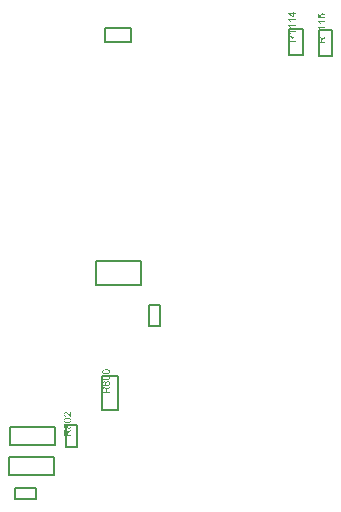
<source format=gbr>
%TF.GenerationSoftware,Altium Limited,Altium Designer,23.11.1 (41)*%
G04 Layer_Color=8388736*
%FSLAX45Y45*%
%MOMM*%
%TF.SameCoordinates,D78E9C2B-A710-42EA-B38E-4640A2B68151*%
%TF.FilePolarity,Positive*%
%TF.FileFunction,Other,Top_Assembly*%
%TF.Part,Single*%
G01*
G75*
%TA.AperFunction,NonConductor*%
%ADD139C,0.20000*%
G36*
X588172Y809818D02*
X588079D01*
X587709D01*
X587155D01*
X586415Y809910D01*
X585583Y810003D01*
X584658Y810188D01*
X583734Y810373D01*
X582717Y810743D01*
X582624D01*
X582532Y810835D01*
X581977Y811020D01*
X581145Y811390D01*
X580035Y811945D01*
X578741Y812684D01*
X577262Y813609D01*
X575782Y814626D01*
X574211Y815920D01*
X574118D01*
X574026Y816105D01*
X573471Y816567D01*
X572639Y817399D01*
X571437Y818601D01*
X570050Y819988D01*
X568386Y821745D01*
X566537Y823871D01*
X564595Y826183D01*
X564503Y826275D01*
X564225Y826645D01*
X563763Y827200D01*
X563208Y827847D01*
X562469Y828679D01*
X561637Y829696D01*
X560712Y830713D01*
X559695Y831915D01*
X557476Y834226D01*
X555257Y836538D01*
X554148Y837647D01*
X553038Y838664D01*
X552021Y839589D01*
X551004Y840329D01*
X550912D01*
X550819Y840513D01*
X550542Y840698D01*
X550172Y840883D01*
X549155Y841530D01*
X547953Y842270D01*
X546474Y842917D01*
X544902Y843564D01*
X543145Y843934D01*
X541481Y844119D01*
X541389D01*
X541296D01*
X540742Y844027D01*
X539817Y843934D01*
X538800Y843657D01*
X537506Y843287D01*
X536211Y842640D01*
X534917Y841808D01*
X533623Y840698D01*
X533438Y840513D01*
X533068Y840051D01*
X532605Y839404D01*
X531958Y838387D01*
X531404Y837093D01*
X530849Y835613D01*
X530479Y833857D01*
X530387Y831915D01*
Y831360D01*
X530479Y830990D01*
X530571Y829881D01*
X530849Y828587D01*
X531219Y827200D01*
X531866Y825628D01*
X532698Y824149D01*
X533807Y822762D01*
X533992Y822577D01*
X534455Y822207D01*
X535194Y821652D01*
X536304Y821098D01*
X537598Y820450D01*
X539262Y819896D01*
X541111Y819526D01*
X543238Y819341D01*
X542406Y811297D01*
X542313D01*
X542036Y811390D01*
X541574D01*
X540927Y811482D01*
X540187Y811667D01*
X539355Y811852D01*
X538338Y812129D01*
X537321Y812407D01*
X535102Y813146D01*
X532883Y814256D01*
X531773Y814903D01*
X530664Y815735D01*
X529647Y816567D01*
X528722Y817492D01*
X528630Y817584D01*
X528537Y817769D01*
X528260Y818047D01*
X527983Y818509D01*
X527613Y819064D01*
X527243Y819711D01*
X526781Y820450D01*
X526318Y821375D01*
X525856Y822392D01*
X525394Y823502D01*
X525024Y824703D01*
X524654Y825998D01*
X524377Y827385D01*
X524100Y828864D01*
X524007Y830436D01*
X523915Y832100D01*
Y833024D01*
X524007Y833672D01*
X524100Y834411D01*
X524192Y835336D01*
X524377Y836353D01*
X524562Y837370D01*
X525209Y839774D01*
X526134Y842178D01*
X526688Y843380D01*
X527335Y844581D01*
X528168Y845691D01*
X529092Y846708D01*
X529185Y846800D01*
X529277Y846985D01*
X529647Y847170D01*
X530017Y847540D01*
X530479Y848002D01*
X531126Y848465D01*
X531773Y848927D01*
X532605Y849482D01*
X534362Y850406D01*
X536581Y851331D01*
X537691Y851701D01*
X538985Y851886D01*
X540279Y852070D01*
X541666Y852163D01*
X541851D01*
X542313D01*
X543053Y852070D01*
X544070Y851978D01*
X545180Y851793D01*
X546474Y851423D01*
X547861Y851053D01*
X549248Y850499D01*
X549432Y850406D01*
X549895Y850221D01*
X550634Y849851D01*
X551651Y849297D01*
X552761Y848557D01*
X554148Y847633D01*
X555535Y846523D01*
X557106Y845229D01*
X557291Y845044D01*
X557846Y844581D01*
X558308Y844119D01*
X558771Y843657D01*
X559325Y843102D01*
X560065Y842363D01*
X560805Y841623D01*
X561637Y840698D01*
X562561Y839774D01*
X563578Y838664D01*
X564595Y837462D01*
X565797Y836168D01*
X566999Y834689D01*
X568294Y833209D01*
X568386Y833117D01*
X568571Y832932D01*
X568848Y832562D01*
X569218Y832100D01*
X569773Y831545D01*
X570328Y830898D01*
X571529Y829419D01*
X572916Y827847D01*
X574303Y826368D01*
X575505Y825073D01*
X575967Y824519D01*
X576430Y824056D01*
X576522Y823964D01*
X576799Y823686D01*
X577169Y823317D01*
X577724Y822854D01*
X578371Y822392D01*
X579018Y821837D01*
X580590Y820728D01*
Y852255D01*
X588172D01*
Y809818D01*
D02*
G37*
G36*
X559510Y802884D02*
X560620D01*
X561822Y802791D01*
X563116Y802699D01*
X566075Y802422D01*
X569126Y801959D01*
X572084Y801405D01*
X573471Y801035D01*
X574858Y800572D01*
X574950D01*
X575135Y800480D01*
X575505Y800295D01*
X575967Y800110D01*
X576615Y799925D01*
X577262Y799555D01*
X578833Y798816D01*
X580498Y797891D01*
X582347Y796689D01*
X584011Y795302D01*
X585583Y793638D01*
Y793546D01*
X585768Y793453D01*
X585953Y793176D01*
X586138Y792806D01*
X586415Y792344D01*
X586785Y791882D01*
X587432Y790495D01*
X588079Y788831D01*
X588726Y786889D01*
X589096Y784578D01*
X589281Y782081D01*
Y781157D01*
X589189Y780509D01*
X589096Y779770D01*
X588911Y778845D01*
X588726Y777828D01*
X588449Y776719D01*
X588079Y775609D01*
X587709Y774407D01*
X587155Y773205D01*
X586507Y772004D01*
X585768Y770802D01*
X584843Y769600D01*
X583826Y768490D01*
X582717Y767473D01*
X582624Y767381D01*
X582347Y767196D01*
X581885Y766918D01*
X581145Y766456D01*
X580313Y765994D01*
X579203Y765532D01*
X577909Y764884D01*
X576430Y764330D01*
X574765Y763775D01*
X572824Y763220D01*
X570697Y762665D01*
X568294Y762203D01*
X565705Y761741D01*
X562931Y761464D01*
X559880Y761279D01*
X556644Y761186D01*
X556552D01*
X556182D01*
X555535D01*
X554795D01*
X553778Y761279D01*
X552668D01*
X551467Y761371D01*
X550080Y761464D01*
X547214Y761741D01*
X544162Y762203D01*
X541111Y762758D01*
X539725Y763128D01*
X538338Y763498D01*
X538245D01*
X538060Y763590D01*
X537691Y763775D01*
X537228Y763960D01*
X536581Y764145D01*
X535934Y764515D01*
X534362Y765254D01*
X532698Y766179D01*
X530941Y767381D01*
X529185Y768768D01*
X527705Y770432D01*
Y770524D01*
X527520Y770617D01*
X527335Y770894D01*
X527151Y771264D01*
X526781Y771726D01*
X526503Y772281D01*
X525764Y773668D01*
X525117Y775332D01*
X524469Y777274D01*
X524100Y779585D01*
X523915Y782081D01*
Y782913D01*
X524007Y783930D01*
X524192Y785132D01*
X524469Y786519D01*
X524839Y787998D01*
X525301Y789570D01*
X526041Y791049D01*
Y791142D01*
X526134Y791234D01*
X526411Y791697D01*
X526873Y792436D01*
X527520Y793361D01*
X528445Y794378D01*
X529462Y795487D01*
X530664Y796504D01*
X532051Y797521D01*
X532236Y797614D01*
X532698Y797984D01*
X533530Y798353D01*
X534732Y799001D01*
X536119Y799555D01*
X537691Y800295D01*
X539540Y800942D01*
X541574Y801497D01*
X541666D01*
X541851Y801589D01*
X542128Y801682D01*
X542591Y801774D01*
X543145Y801867D01*
X543793Y801959D01*
X544625Y802144D01*
X545549Y802237D01*
X546566Y802422D01*
X547676Y802514D01*
X548970Y802606D01*
X550265Y802791D01*
X551744Y802884D01*
X553223D01*
X554887Y802976D01*
X556644D01*
X556737D01*
X557106D01*
X557754D01*
X558493D01*
X559510Y802884D01*
D02*
G37*
G36*
X571345Y753420D02*
X571992Y753327D01*
X572824Y753235D01*
X573748Y753050D01*
X574765Y752773D01*
X576892Y752125D01*
X578094Y751663D01*
X579203Y751016D01*
X580405Y750369D01*
X581515Y749629D01*
X582624Y748705D01*
X583734Y747688D01*
X583826Y747595D01*
X584011Y747410D01*
X584288Y747133D01*
X584566Y746671D01*
X585028Y746023D01*
X585490Y745376D01*
X585953Y744544D01*
X586507Y743620D01*
X587062Y742603D01*
X587524Y741401D01*
X587987Y740106D01*
X588449Y738812D01*
X588726Y737333D01*
X589004Y735761D01*
X589189Y734189D01*
X589281Y732432D01*
Y731508D01*
X589189Y730861D01*
X589096Y730029D01*
X589004Y729104D01*
X588819Y728087D01*
X588541Y726977D01*
X587894Y724481D01*
X587432Y723187D01*
X586970Y721985D01*
X586322Y720690D01*
X585583Y719396D01*
X584751Y718194D01*
X583734Y717085D01*
X583641Y716992D01*
X583456Y716807D01*
X583179Y716530D01*
X582717Y716160D01*
X582162Y715790D01*
X581515Y715236D01*
X580775Y714773D01*
X579851Y714219D01*
X578926Y713664D01*
X577816Y713202D01*
X575505Y712277D01*
X574118Y711907D01*
X572731Y711630D01*
X571252Y711445D01*
X569773Y711352D01*
X569680D01*
X569495D01*
X569126D01*
X568756Y711445D01*
X568201D01*
X567554Y711537D01*
X566075Y711722D01*
X564410Y712092D01*
X562746Y712647D01*
X560989Y713479D01*
X559325Y714496D01*
X559233D01*
X559140Y714681D01*
X558678Y715051D01*
X557938Y715790D01*
X557014Y716807D01*
X556089Y718102D01*
X555072Y719673D01*
X554240Y721430D01*
X553593Y723557D01*
Y723464D01*
X553501Y723372D01*
X553408Y723094D01*
X553223Y722724D01*
X552853Y721892D01*
X552299Y720783D01*
X551559Y719581D01*
X550634Y718379D01*
X549617Y717270D01*
X548508Y716253D01*
X548323Y716160D01*
X547953Y715883D01*
X547214Y715513D01*
X546289Y715143D01*
X545087Y714681D01*
X543700Y714311D01*
X542128Y714034D01*
X540464Y713941D01*
X540372D01*
X540187D01*
X539817D01*
X539262Y714034D01*
X538708Y714126D01*
X537968Y714219D01*
X536396Y714588D01*
X534547Y715143D01*
X532605Y716068D01*
X531588Y716622D01*
X530571Y717270D01*
X529647Y718102D01*
X528722Y718934D01*
X528630Y719026D01*
X528537Y719211D01*
X528260Y719489D01*
X527983Y719858D01*
X527613Y720321D01*
X527243Y720968D01*
X526781Y721707D01*
X526318Y722447D01*
X525856Y723372D01*
X525394Y724389D01*
X525024Y725498D01*
X524654Y726700D01*
X524100Y729289D01*
X524007Y730768D01*
X523915Y732247D01*
Y733080D01*
X524007Y733634D01*
X524100Y734374D01*
X524192Y735206D01*
X524284Y736131D01*
X524562Y737055D01*
X525117Y739274D01*
X525949Y741493D01*
X526503Y742603D01*
X527151Y743712D01*
X527983Y744729D01*
X528815Y745746D01*
X528907Y745838D01*
X529000Y745931D01*
X529277Y746208D01*
X529647Y746578D01*
X530202Y746948D01*
X530756Y747410D01*
X532143Y748335D01*
X533900Y749259D01*
X535934Y750091D01*
X538245Y750739D01*
X539447Y750831D01*
X540742Y750924D01*
X540834D01*
X540927D01*
X541481D01*
X542313Y750831D01*
X543330Y750646D01*
X544625Y750369D01*
X545919Y749907D01*
X547214Y749352D01*
X548508Y748520D01*
X548693Y748427D01*
X549063Y748057D01*
X549617Y747503D01*
X550357Y746763D01*
X551189Y745746D01*
X552021Y744544D01*
X552853Y743157D01*
X553593Y741493D01*
Y741586D01*
X553685Y741770D01*
X553778Y742048D01*
X553963Y742418D01*
X554425Y743527D01*
X555072Y744821D01*
X555997Y746208D01*
X557014Y747688D01*
X558308Y749074D01*
X559788Y750369D01*
X559880D01*
X559972Y750461D01*
X560527Y750831D01*
X561452Y751386D01*
X562654Y751941D01*
X564133Y752495D01*
X565890Y753050D01*
X567831Y753420D01*
X569958Y753512D01*
X570050D01*
X570328D01*
X570790D01*
X571345Y753420D01*
D02*
G37*
G36*
X588172Y695912D02*
X574858Y687499D01*
X574765D01*
X574581Y687314D01*
X574303Y687129D01*
X573933Y686852D01*
X572916Y686204D01*
X571622Y685372D01*
X570235Y684355D01*
X568756Y683338D01*
X567369Y682321D01*
X566075Y681397D01*
X565982Y681304D01*
X565612Y681027D01*
X565058Y680565D01*
X564410Y679917D01*
X563024Y678531D01*
X562376Y677791D01*
X561822Y677051D01*
X561729Y676959D01*
X561637Y676774D01*
X561452Y676404D01*
X561174Y675849D01*
X560897Y675295D01*
X560620Y674647D01*
X560157Y673168D01*
Y673076D01*
X560065Y672891D01*
Y672521D01*
X559972Y672059D01*
X559880Y671411D01*
Y670672D01*
X559788Y669655D01*
Y658745D01*
X588172D01*
Y650239D01*
X524192D01*
Y679917D01*
X524284Y680657D01*
Y681489D01*
X524377Y683431D01*
X524654Y685465D01*
X524932Y687684D01*
X525394Y689718D01*
X525671Y690735D01*
X525949Y691567D01*
Y691659D01*
X526041Y691752D01*
X526318Y692306D01*
X526688Y693139D01*
X527335Y694156D01*
X528168Y695265D01*
X529277Y696467D01*
X530571Y697576D01*
X532051Y698686D01*
X532143D01*
X532236Y698778D01*
X532790Y699148D01*
X533715Y699518D01*
X534917Y700073D01*
X536304Y700535D01*
X537968Y700997D01*
X539725Y701275D01*
X541666Y701367D01*
X541759D01*
X541944D01*
X542313D01*
X542776Y701275D01*
X543423D01*
X544070Y701182D01*
X545642Y700812D01*
X547491Y700258D01*
X549432Y699518D01*
X551374Y698409D01*
X552299Y697669D01*
X553223Y696929D01*
X553316Y696837D01*
X553408Y696744D01*
X553685Y696467D01*
X553963Y696097D01*
X554333Y695635D01*
X554702Y695080D01*
X555165Y694340D01*
X555719Y693601D01*
X556182Y692676D01*
X556644Y691659D01*
X557199Y690550D01*
X557661Y689348D01*
X558031Y687961D01*
X558493Y686574D01*
X558771Y685002D01*
X559048Y683338D01*
X559140Y683523D01*
X559325Y683893D01*
X559695Y684448D01*
X560065Y685187D01*
X561082Y686852D01*
X561729Y687684D01*
X562284Y688423D01*
X562469Y688608D01*
X562931Y689071D01*
X563671Y689810D01*
X564595Y690735D01*
X565890Y691752D01*
X567276Y692954D01*
X568941Y694156D01*
X570790Y695450D01*
X588172Y706452D01*
Y695912D01*
D02*
G37*
G36*
X2719396Y4227022D02*
X2720136Y4226929D01*
X2720968Y4226837D01*
X2721985Y4226652D01*
X2723002Y4226467D01*
X2725406Y4225912D01*
X2727902Y4224988D01*
X2729196Y4224433D01*
X2730398Y4223693D01*
X2731693Y4222954D01*
X2732895Y4222029D01*
X2732987Y4221937D01*
X2733265Y4221752D01*
X2733634Y4221382D01*
X2734097Y4220920D01*
X2734651Y4220272D01*
X2735391Y4219533D01*
X2736038Y4218608D01*
X2736778Y4217591D01*
X2737518Y4216482D01*
X2738165Y4215187D01*
X2738812Y4213801D01*
X2739459Y4212321D01*
X2739921Y4210750D01*
X2740291Y4208993D01*
X2740569Y4207144D01*
X2740661Y4205202D01*
Y4204370D01*
X2740569Y4203723D01*
X2740476Y4202983D01*
X2740384Y4202151D01*
X2740291Y4201134D01*
X2740014Y4200117D01*
X2739459Y4197806D01*
X2738627Y4195494D01*
X2738072Y4194292D01*
X2737425Y4193090D01*
X2736685Y4191981D01*
X2735853Y4190871D01*
X2735761Y4190779D01*
X2735668Y4190594D01*
X2735299Y4190409D01*
X2734929Y4190039D01*
X2734466Y4189577D01*
X2733912Y4189115D01*
X2733172Y4188560D01*
X2732340Y4188098D01*
X2731508Y4187543D01*
X2730491Y4186988D01*
X2728272Y4185971D01*
X2725683Y4185139D01*
X2724296Y4184862D01*
X2722817Y4184677D01*
X2722170Y4192906D01*
X2722262D01*
X2722447D01*
X2722725Y4192998D01*
X2723187Y4193090D01*
X2724204Y4193368D01*
X2725591Y4193738D01*
X2726978Y4194292D01*
X2728549Y4195032D01*
X2729936Y4195957D01*
X2731231Y4197066D01*
X2731323Y4197251D01*
X2731693Y4197621D01*
X2732155Y4198360D01*
X2732710Y4199377D01*
X2733265Y4200487D01*
X2733727Y4201874D01*
X2734097Y4203445D01*
X2734189Y4205202D01*
Y4205757D01*
X2734097Y4206127D01*
X2734004Y4207236D01*
X2733634Y4208531D01*
X2733172Y4210102D01*
X2732432Y4211674D01*
X2731323Y4213338D01*
X2730676Y4214078D01*
X2729936Y4214818D01*
X2729844Y4214910D01*
X2729751Y4215002D01*
X2729474Y4215187D01*
X2729196Y4215465D01*
X2728179Y4216112D01*
X2726885Y4216852D01*
X2725313Y4217499D01*
X2723372Y4218146D01*
X2721060Y4218608D01*
X2719858Y4218793D01*
X2718564D01*
X2718472D01*
X2718287D01*
X2717917D01*
X2717455Y4218701D01*
X2716900D01*
X2716253Y4218608D01*
X2714773Y4218331D01*
X2713017Y4217869D01*
X2711260Y4217221D01*
X2709596Y4216297D01*
X2708024Y4215002D01*
X2707932D01*
X2707839Y4214818D01*
X2707377Y4214355D01*
X2706730Y4213523D01*
X2705990Y4212414D01*
X2705343Y4210934D01*
X2704696Y4209270D01*
X2704233Y4207329D01*
X2704048Y4206219D01*
Y4204463D01*
X2704141Y4203723D01*
X2704233Y4202798D01*
X2704511Y4201689D01*
X2704788Y4200579D01*
X2705250Y4199377D01*
X2705805Y4198175D01*
X2705898Y4198083D01*
X2706082Y4197713D01*
X2706545Y4197158D01*
X2707007Y4196419D01*
X2707654Y4195679D01*
X2708486Y4194940D01*
X2709318Y4194107D01*
X2710335Y4193460D01*
X2709318Y4186064D01*
X2676404Y4192258D01*
Y4224063D01*
X2683893D01*
Y4198453D01*
X2701182Y4195032D01*
X2701090Y4195124D01*
X2700997Y4195309D01*
X2700812Y4195587D01*
X2700535Y4196049D01*
X2700258Y4196604D01*
X2699888Y4197251D01*
X2699148Y4198730D01*
X2698409Y4200579D01*
X2697761Y4202613D01*
X2697299Y4204832D01*
X2697114Y4205942D01*
Y4207976D01*
X2697207Y4208531D01*
X2697299Y4209270D01*
X2697392Y4210102D01*
X2697577Y4211027D01*
X2697854Y4212044D01*
X2698501Y4214263D01*
X2698963Y4215465D01*
X2699611Y4216667D01*
X2700258Y4217869D01*
X2700997Y4219071D01*
X2701922Y4220180D01*
X2702939Y4221290D01*
X2703031Y4221382D01*
X2703216Y4221567D01*
X2703494Y4221844D01*
X2703956Y4222214D01*
X2704603Y4222676D01*
X2705250Y4223139D01*
X2706082Y4223693D01*
X2707007Y4224248D01*
X2708024Y4224710D01*
X2709134Y4225265D01*
X2710428Y4225727D01*
X2711722Y4226190D01*
X2713109Y4226559D01*
X2714681Y4226837D01*
X2716253Y4227022D01*
X2717917Y4227114D01*
X2718009D01*
X2718287D01*
X2718749D01*
X2719396Y4227022D01*
D02*
G37*
G36*
X2739552Y4156663D02*
X2689533D01*
X2689625Y4156570D01*
X2689995Y4156108D01*
X2690550Y4155553D01*
X2691197Y4154629D01*
X2692029Y4153612D01*
X2692954Y4152317D01*
X2693971Y4150838D01*
X2694988Y4149174D01*
Y4149081D01*
X2695080Y4148989D01*
X2695450Y4148434D01*
X2695912Y4147510D01*
X2696467Y4146400D01*
X2697114Y4145106D01*
X2697761Y4143719D01*
X2698409Y4142332D01*
X2698963Y4140945D01*
X2691382D01*
Y4141038D01*
X2691197Y4141223D01*
X2691105Y4141592D01*
X2690827Y4142055D01*
X2690550Y4142609D01*
X2690180Y4143257D01*
X2689255Y4144828D01*
X2688238Y4146678D01*
X2686944Y4148527D01*
X2685465Y4150468D01*
X2683893Y4152410D01*
X2683801Y4152502D01*
X2683708Y4152595D01*
X2683431Y4152872D01*
X2683153Y4153242D01*
X2682229Y4154074D01*
X2681119Y4155183D01*
X2679825Y4156293D01*
X2678346Y4157495D01*
X2676866Y4158512D01*
X2675295Y4159436D01*
Y4164522D01*
X2739552D01*
Y4156663D01*
D02*
G37*
G36*
Y4106921D02*
X2689533D01*
X2689625Y4106829D01*
X2689995Y4106367D01*
X2690550Y4105812D01*
X2691197Y4104887D01*
X2692029Y4103870D01*
X2692954Y4102576D01*
X2693971Y4101097D01*
X2694988Y4099432D01*
Y4099340D01*
X2695080Y4099248D01*
X2695450Y4098693D01*
X2695912Y4097768D01*
X2696467Y4096659D01*
X2697114Y4095364D01*
X2697761Y4093978D01*
X2698409Y4092591D01*
X2698963Y4091204D01*
X2691382D01*
Y4091296D01*
X2691197Y4091481D01*
X2691105Y4091851D01*
X2690827Y4092313D01*
X2690550Y4092868D01*
X2690180Y4093515D01*
X2689255Y4095087D01*
X2688238Y4096936D01*
X2686944Y4098785D01*
X2685465Y4100727D01*
X2683893Y4102668D01*
X2683801Y4102761D01*
X2683708Y4102853D01*
X2683431Y4103131D01*
X2683153Y4103501D01*
X2682229Y4104333D01*
X2681119Y4105442D01*
X2679825Y4106552D01*
X2678346Y4107754D01*
X2676866Y4108771D01*
X2675295Y4109695D01*
Y4114780D01*
X2739552D01*
Y4106921D01*
D02*
G37*
G36*
Y4057180D02*
X2689533D01*
X2689625Y4057088D01*
X2689995Y4056625D01*
X2690550Y4056071D01*
X2691197Y4055146D01*
X2692029Y4054129D01*
X2692954Y4052835D01*
X2693971Y4051355D01*
X2694988Y4049691D01*
Y4049599D01*
X2695080Y4049506D01*
X2695450Y4048952D01*
X2695912Y4048027D01*
X2696467Y4046917D01*
X2697114Y4045623D01*
X2697761Y4044236D01*
X2698409Y4042849D01*
X2698963Y4041463D01*
X2691382D01*
Y4041555D01*
X2691197Y4041740D01*
X2691105Y4042110D01*
X2690827Y4042572D01*
X2690550Y4043127D01*
X2690180Y4043774D01*
X2689255Y4045346D01*
X2688238Y4047195D01*
X2686944Y4049044D01*
X2685465Y4050986D01*
X2683893Y4052927D01*
X2683801Y4053020D01*
X2683708Y4053112D01*
X2683431Y4053389D01*
X2683153Y4053759D01*
X2682229Y4054591D01*
X2681119Y4055701D01*
X2679825Y4056810D01*
X2678346Y4058012D01*
X2676866Y4059029D01*
X2675295Y4059954D01*
Y4065039D01*
X2739552D01*
Y4057180D01*
D02*
G37*
G36*
Y4019920D02*
X2726238Y4011507D01*
X2726145D01*
X2725961Y4011322D01*
X2725683Y4011137D01*
X2725313Y4010860D01*
X2724296Y4010212D01*
X2723002Y4009380D01*
X2721615Y4008363D01*
X2720136Y4007346D01*
X2718749Y4006329D01*
X2717455Y4005405D01*
X2717362Y4005312D01*
X2716992Y4005035D01*
X2716438Y4004573D01*
X2715790Y4003925D01*
X2714404Y4002539D01*
X2713756Y4001799D01*
X2713202Y4001059D01*
X2713109Y4000967D01*
X2713017Y4000782D01*
X2712832Y4000412D01*
X2712554Y3999857D01*
X2712277Y3999303D01*
X2712000Y3998655D01*
X2711537Y3997176D01*
Y3997084D01*
X2711445Y3996899D01*
Y3996529D01*
X2711352Y3996067D01*
X2711260Y3995419D01*
Y3994680D01*
X2711168Y3993663D01*
Y3982753D01*
X2739552D01*
Y3974247D01*
X2675572D01*
Y4003925D01*
X2675664Y4004665D01*
Y4005497D01*
X2675757Y4007439D01*
X2676034Y4009473D01*
X2676312Y4011692D01*
X2676774Y4013726D01*
X2677051Y4014743D01*
X2677329Y4015575D01*
Y4015667D01*
X2677421Y4015760D01*
X2677698Y4016315D01*
X2678068Y4017147D01*
X2678715Y4018164D01*
X2679548Y4019273D01*
X2680657Y4020475D01*
X2681951Y4021585D01*
X2683431Y4022694D01*
X2683523D01*
X2683616Y4022786D01*
X2684170Y4023156D01*
X2685095Y4023526D01*
X2686297Y4024081D01*
X2687684Y4024543D01*
X2689348Y4025005D01*
X2691105Y4025283D01*
X2693046Y4025375D01*
X2693139D01*
X2693324D01*
X2693693D01*
X2694156Y4025283D01*
X2694803D01*
X2695450Y4025190D01*
X2697022Y4024820D01*
X2698871Y4024266D01*
X2700812Y4023526D01*
X2702754Y4022417D01*
X2703679Y4021677D01*
X2704603Y4020937D01*
X2704696Y4020845D01*
X2704788Y4020752D01*
X2705065Y4020475D01*
X2705343Y4020105D01*
X2705713Y4019643D01*
X2706082Y4019088D01*
X2706545Y4018349D01*
X2707099Y4017609D01*
X2707562Y4016684D01*
X2708024Y4015667D01*
X2708579Y4014558D01*
X2709041Y4013356D01*
X2709411Y4011969D01*
X2709873Y4010582D01*
X2710151Y4009011D01*
X2710428Y4007346D01*
X2710520Y4007531D01*
X2710705Y4007901D01*
X2711075Y4008456D01*
X2711445Y4009195D01*
X2712462Y4010860D01*
X2713109Y4011692D01*
X2713664Y4012431D01*
X2713849Y4012616D01*
X2714311Y4013079D01*
X2715051Y4013818D01*
X2715975Y4014743D01*
X2717270Y4015760D01*
X2718656Y4016962D01*
X2720321Y4018164D01*
X2722170Y4019458D01*
X2739552Y4030460D01*
Y4019920D01*
D02*
G37*
G36*
X2473853Y4229548D02*
X2489201D01*
Y4221689D01*
X2473853D01*
Y4193860D01*
X2466642D01*
X2425221Y4223168D01*
Y4229548D01*
X2466642D01*
Y4238238D01*
X2473853D01*
Y4229548D01*
D02*
G37*
G36*
X2489201Y4168527D02*
X2439182D01*
X2439275Y4168434D01*
X2439645Y4167972D01*
X2440199Y4167417D01*
X2440847Y4166493D01*
X2441679Y4165476D01*
X2442603Y4164181D01*
X2443620Y4162702D01*
X2444637Y4161038D01*
Y4160945D01*
X2444730Y4160853D01*
X2445100Y4160298D01*
X2445562Y4159373D01*
X2446117Y4158264D01*
X2446764Y4156970D01*
X2447411Y4155583D01*
X2448058Y4154196D01*
X2448613Y4152809D01*
X2441031D01*
Y4152902D01*
X2440847Y4153086D01*
X2440754Y4153456D01*
X2440477Y4153919D01*
X2440199Y4154473D01*
X2439830Y4155120D01*
X2438905Y4156692D01*
X2437888Y4158541D01*
X2436594Y4160390D01*
X2435114Y4162332D01*
X2433543Y4164274D01*
X2433450Y4164366D01*
X2433358Y4164459D01*
X2433080Y4164736D01*
X2432803Y4165106D01*
X2431878Y4165938D01*
X2430769Y4167047D01*
X2429474Y4168157D01*
X2427995Y4169359D01*
X2426516Y4170376D01*
X2424944Y4171300D01*
Y4176385D01*
X2489201D01*
Y4168527D01*
D02*
G37*
G36*
Y4118785D02*
X2439182D01*
X2439275Y4118693D01*
X2439645Y4118231D01*
X2440199Y4117676D01*
X2440847Y4116751D01*
X2441679Y4115734D01*
X2442603Y4114440D01*
X2443620Y4112961D01*
X2444637Y4111296D01*
Y4111204D01*
X2444730Y4111111D01*
X2445100Y4110557D01*
X2445562Y4109632D01*
X2446117Y4108523D01*
X2446764Y4107228D01*
X2447411Y4105841D01*
X2448058Y4104455D01*
X2448613Y4103068D01*
X2441031D01*
Y4103160D01*
X2440847Y4103345D01*
X2440754Y4103715D01*
X2440477Y4104177D01*
X2440199Y4104732D01*
X2439830Y4105379D01*
X2438905Y4106951D01*
X2437888Y4108800D01*
X2436594Y4110649D01*
X2435114Y4112591D01*
X2433543Y4114532D01*
X2433450Y4114625D01*
X2433358Y4114717D01*
X2433080Y4114995D01*
X2432803Y4115364D01*
X2431878Y4116196D01*
X2430769Y4117306D01*
X2429474Y4118415D01*
X2427995Y4119617D01*
X2426516Y4120634D01*
X2424944Y4121559D01*
Y4126644D01*
X2489201D01*
Y4118785D01*
D02*
G37*
G36*
Y4069044D02*
X2439182D01*
X2439275Y4068951D01*
X2439645Y4068489D01*
X2440199Y4067934D01*
X2440847Y4067010D01*
X2441679Y4065993D01*
X2442603Y4064699D01*
X2443620Y4063219D01*
X2444637Y4061555D01*
Y4061463D01*
X2444730Y4061370D01*
X2445100Y4060815D01*
X2445562Y4059891D01*
X2446117Y4058781D01*
X2446764Y4057487D01*
X2447411Y4056100D01*
X2448058Y4054713D01*
X2448613Y4053326D01*
X2441031D01*
Y4053419D01*
X2440847Y4053604D01*
X2440754Y4053974D01*
X2440477Y4054436D01*
X2440199Y4054991D01*
X2439830Y4055638D01*
X2438905Y4057210D01*
X2437888Y4059059D01*
X2436594Y4060908D01*
X2435114Y4062849D01*
X2433543Y4064791D01*
X2433450Y4064883D01*
X2433358Y4064976D01*
X2433080Y4065253D01*
X2432803Y4065623D01*
X2431878Y4066455D01*
X2430769Y4067565D01*
X2429474Y4068674D01*
X2427995Y4069876D01*
X2426516Y4070893D01*
X2424944Y4071818D01*
Y4076903D01*
X2489201D01*
Y4069044D01*
D02*
G37*
G36*
Y4031784D02*
X2475887Y4023371D01*
X2475795D01*
X2475610Y4023186D01*
X2475333Y4023001D01*
X2474963Y4022723D01*
X2473946Y4022076D01*
X2472651Y4021244D01*
X2471265Y4020227D01*
X2469785Y4019210D01*
X2468398Y4018193D01*
X2467104Y4017269D01*
X2467012Y4017176D01*
X2466642Y4016899D01*
X2466087Y4016436D01*
X2465440Y4015789D01*
X2464053Y4014402D01*
X2463406Y4013663D01*
X2462851Y4012923D01*
X2462759Y4012831D01*
X2462666Y4012646D01*
X2462481Y4012276D01*
X2462204Y4011721D01*
X2461926Y4011166D01*
X2461649Y4010519D01*
X2461187Y4009040D01*
Y4008948D01*
X2461094Y4008763D01*
Y4008393D01*
X2461002Y4007931D01*
X2460909Y4007283D01*
Y4006544D01*
X2460817Y4005527D01*
Y3994617D01*
X2489201D01*
Y3986111D01*
X2425221D01*
Y4015789D01*
X2425314Y4016529D01*
Y4017361D01*
X2425406Y4019303D01*
X2425684Y4021337D01*
X2425961Y4023556D01*
X2426423Y4025590D01*
X2426701Y4026607D01*
X2426978Y4027439D01*
Y4027531D01*
X2427071Y4027624D01*
X2427348Y4028178D01*
X2427718Y4029010D01*
X2428365Y4030027D01*
X2429197Y4031137D01*
X2430307Y4032339D01*
X2431601Y4033448D01*
X2433080Y4034558D01*
X2433173D01*
X2433265Y4034650D01*
X2433820Y4035020D01*
X2434744Y4035390D01*
X2435946Y4035945D01*
X2437333Y4036407D01*
X2438997Y4036869D01*
X2440754Y4037147D01*
X2442696Y4037239D01*
X2442788D01*
X2442973D01*
X2443343D01*
X2443805Y4037147D01*
X2444452D01*
X2445100Y4037054D01*
X2446671Y4036684D01*
X2448520Y4036130D01*
X2450462Y4035390D01*
X2452404Y4034280D01*
X2453328Y4033541D01*
X2454253Y4032801D01*
X2454345Y4032709D01*
X2454438Y4032616D01*
X2454715Y4032339D01*
X2454992Y4031969D01*
X2455362Y4031507D01*
X2455732Y4030952D01*
X2456194Y4030212D01*
X2456749Y4029473D01*
X2457211Y4028548D01*
X2457674Y4027531D01*
X2458228Y4026422D01*
X2458691Y4025220D01*
X2459060Y4023833D01*
X2459523Y4022446D01*
X2459800Y4020874D01*
X2460077Y4019210D01*
X2460170Y4019395D01*
X2460355Y4019765D01*
X2460725Y4020320D01*
X2461094Y4021059D01*
X2462111Y4022723D01*
X2462759Y4023556D01*
X2463313Y4024295D01*
X2463498Y4024480D01*
X2463961Y4024942D01*
X2464700Y4025682D01*
X2465625Y4026607D01*
X2466919Y4027624D01*
X2468306Y4028826D01*
X2469970Y4030027D01*
X2471819Y4031322D01*
X2489201Y4042324D01*
Y4031784D01*
D02*
G37*
G36*
X886530Y1213305D02*
X887640D01*
X888842Y1213213D01*
X890136Y1213120D01*
X893094Y1212843D01*
X896146Y1212381D01*
X899104Y1211826D01*
X900491Y1211456D01*
X901878Y1210994D01*
X901970D01*
X902155Y1210901D01*
X902525Y1210716D01*
X902987Y1210531D01*
X903634Y1210347D01*
X904282Y1209977D01*
X905853Y1209237D01*
X907518Y1208313D01*
X909367Y1207111D01*
X911031Y1205724D01*
X912603Y1204060D01*
Y1203967D01*
X912788Y1203875D01*
X912973Y1203597D01*
X913157Y1203227D01*
X913435Y1202765D01*
X913805Y1202303D01*
X914452Y1200916D01*
X915099Y1199252D01*
X915746Y1197310D01*
X916116Y1194999D01*
X916301Y1192503D01*
Y1191578D01*
X916208Y1190931D01*
X916116Y1190191D01*
X915931Y1189267D01*
X915746Y1188250D01*
X915469Y1187140D01*
X915099Y1186031D01*
X914729Y1184829D01*
X914174Y1183627D01*
X913527Y1182425D01*
X912788Y1181223D01*
X911863Y1180021D01*
X910846Y1178912D01*
X909737Y1177895D01*
X909644Y1177802D01*
X909367Y1177617D01*
X908904Y1177340D01*
X908165Y1176878D01*
X907333Y1176415D01*
X906223Y1175953D01*
X904929Y1175306D01*
X903450Y1174751D01*
X901785Y1174196D01*
X899844Y1173642D01*
X897717Y1173087D01*
X895313Y1172625D01*
X892725Y1172162D01*
X889951Y1171885D01*
X886900Y1171700D01*
X883664Y1171608D01*
X883572D01*
X883202D01*
X882554D01*
X881815D01*
X880798Y1171700D01*
X879688D01*
X878486Y1171792D01*
X877100Y1171885D01*
X874233Y1172162D01*
X871182Y1172625D01*
X868131Y1173179D01*
X866745Y1173549D01*
X865358Y1173919D01*
X865265D01*
X865080Y1174011D01*
X864710Y1174196D01*
X864248Y1174381D01*
X863601Y1174566D01*
X862954Y1174936D01*
X861382Y1175676D01*
X859718Y1176600D01*
X857961Y1177802D01*
X856205Y1179189D01*
X854725Y1180853D01*
Y1180946D01*
X854540Y1181038D01*
X854355Y1181315D01*
X854171Y1181685D01*
X853801Y1182147D01*
X853523Y1182702D01*
X852784Y1184089D01*
X852136Y1185753D01*
X851489Y1187695D01*
X851119Y1190006D01*
X850935Y1192503D01*
Y1193335D01*
X851027Y1194352D01*
X851212Y1195554D01*
X851489Y1196940D01*
X851859Y1198420D01*
X852321Y1199992D01*
X853061Y1201471D01*
Y1201563D01*
X853153Y1201656D01*
X853431Y1202118D01*
X853893Y1202858D01*
X854540Y1203782D01*
X855465Y1204799D01*
X856482Y1205909D01*
X857684Y1206926D01*
X859071Y1207943D01*
X859256Y1208035D01*
X859718Y1208405D01*
X860550Y1208775D01*
X861752Y1209422D01*
X863139Y1209977D01*
X864710Y1210716D01*
X866560Y1211364D01*
X868594Y1211918D01*
X868686D01*
X868871Y1212011D01*
X869148Y1212103D01*
X869611Y1212196D01*
X870165Y1212288D01*
X870813Y1212381D01*
X871645Y1212566D01*
X872569Y1212658D01*
X873586Y1212843D01*
X874696Y1212935D01*
X875990Y1213028D01*
X877285Y1213213D01*
X878764Y1213305D01*
X880243D01*
X881907Y1213398D01*
X883664D01*
X883756D01*
X884126D01*
X884773D01*
X885513D01*
X886530Y1213305D01*
D02*
G37*
G36*
Y1163564D02*
X887640D01*
X888842Y1163471D01*
X890136Y1163379D01*
X893094Y1163102D01*
X896146Y1162639D01*
X899104Y1162085D01*
X900491Y1161715D01*
X901878Y1161252D01*
X901970D01*
X902155Y1161160D01*
X902525Y1160975D01*
X902987Y1160790D01*
X903634Y1160605D01*
X904282Y1160235D01*
X905853Y1159496D01*
X907518Y1158571D01*
X909367Y1157369D01*
X911031Y1155982D01*
X912603Y1154318D01*
Y1154226D01*
X912788Y1154133D01*
X912973Y1153856D01*
X913157Y1153486D01*
X913435Y1153024D01*
X913805Y1152562D01*
X914452Y1151175D01*
X915099Y1149511D01*
X915746Y1147569D01*
X916116Y1145258D01*
X916301Y1142761D01*
Y1141837D01*
X916208Y1141189D01*
X916116Y1140450D01*
X915931Y1139525D01*
X915746Y1138508D01*
X915469Y1137399D01*
X915099Y1136289D01*
X914729Y1135087D01*
X914174Y1133885D01*
X913527Y1132684D01*
X912788Y1131482D01*
X911863Y1130280D01*
X910846Y1129170D01*
X909737Y1128153D01*
X909644Y1128061D01*
X909367Y1127876D01*
X908904Y1127598D01*
X908165Y1127136D01*
X907333Y1126674D01*
X906223Y1126212D01*
X904929Y1125564D01*
X903450Y1125010D01*
X901785Y1124455D01*
X899844Y1123900D01*
X897717Y1123345D01*
X895313Y1122883D01*
X892725Y1122421D01*
X889951Y1122144D01*
X886900Y1121959D01*
X883664Y1121866D01*
X883572D01*
X883202D01*
X882554D01*
X881815D01*
X880798Y1121959D01*
X879688D01*
X878486Y1122051D01*
X877100Y1122144D01*
X874233Y1122421D01*
X871182Y1122883D01*
X868131Y1123438D01*
X866745Y1123808D01*
X865358Y1124178D01*
X865265D01*
X865080Y1124270D01*
X864710Y1124455D01*
X864248Y1124640D01*
X863601Y1124825D01*
X862954Y1125195D01*
X861382Y1125934D01*
X859718Y1126859D01*
X857961Y1128061D01*
X856205Y1129448D01*
X854725Y1131112D01*
Y1131204D01*
X854540Y1131297D01*
X854355Y1131574D01*
X854171Y1131944D01*
X853801Y1132406D01*
X853523Y1132961D01*
X852784Y1134348D01*
X852136Y1136012D01*
X851489Y1137954D01*
X851119Y1140265D01*
X850935Y1142761D01*
Y1143593D01*
X851027Y1144610D01*
X851212Y1145812D01*
X851489Y1147199D01*
X851859Y1148678D01*
X852321Y1150250D01*
X853061Y1151729D01*
Y1151822D01*
X853153Y1151914D01*
X853431Y1152377D01*
X853893Y1153116D01*
X854540Y1154041D01*
X855465Y1155058D01*
X856482Y1156167D01*
X857684Y1157184D01*
X859071Y1158201D01*
X859256Y1158294D01*
X859718Y1158664D01*
X860550Y1159033D01*
X861752Y1159681D01*
X863139Y1160235D01*
X864710Y1160975D01*
X866560Y1161622D01*
X868594Y1162177D01*
X868686D01*
X868871Y1162269D01*
X869148Y1162362D01*
X869611Y1162454D01*
X870165Y1162547D01*
X870813Y1162639D01*
X871645Y1162824D01*
X872569Y1162917D01*
X873586Y1163102D01*
X874696Y1163194D01*
X875990Y1163286D01*
X877285Y1163471D01*
X878764Y1163564D01*
X880243D01*
X881907Y1163656D01*
X883664D01*
X883756D01*
X884126D01*
X884773D01*
X885513D01*
X886530Y1163564D01*
D02*
G37*
G36*
X898364Y1114100D02*
X899012Y1114007D01*
X899844Y1113915D01*
X900768Y1113730D01*
X901785Y1113453D01*
X903912Y1112805D01*
X905114Y1112343D01*
X906223Y1111696D01*
X907425Y1111049D01*
X908535Y1110309D01*
X909644Y1109385D01*
X910754Y1108368D01*
X910846Y1108275D01*
X911031Y1108090D01*
X911308Y1107813D01*
X911586Y1107351D01*
X912048Y1106703D01*
X912510Y1106056D01*
X912973Y1105224D01*
X913527Y1104300D01*
X914082Y1103283D01*
X914544Y1102081D01*
X915007Y1100786D01*
X915469Y1099492D01*
X915746Y1098013D01*
X916024Y1096441D01*
X916208Y1094869D01*
X916301Y1093112D01*
Y1092188D01*
X916208Y1091541D01*
X916116Y1090709D01*
X916024Y1089784D01*
X915839Y1088767D01*
X915561Y1087657D01*
X914914Y1085161D01*
X914452Y1083867D01*
X913990Y1082665D01*
X913342Y1081370D01*
X912603Y1080076D01*
X911771Y1078874D01*
X910754Y1077765D01*
X910661Y1077672D01*
X910476Y1077487D01*
X910199Y1077210D01*
X909737Y1076840D01*
X909182Y1076470D01*
X908535Y1075916D01*
X907795Y1075453D01*
X906870Y1074899D01*
X905946Y1074344D01*
X904836Y1073882D01*
X902525Y1072957D01*
X901138Y1072587D01*
X899751Y1072310D01*
X898272Y1072125D01*
X896793Y1072032D01*
X896700D01*
X896515D01*
X896146D01*
X895776Y1072125D01*
X895221D01*
X894574Y1072217D01*
X893094Y1072402D01*
X891430Y1072772D01*
X889766Y1073327D01*
X888009Y1074159D01*
X886345Y1075176D01*
X886253D01*
X886160Y1075361D01*
X885698Y1075731D01*
X884958Y1076470D01*
X884034Y1077487D01*
X883109Y1078782D01*
X882092Y1080353D01*
X881260Y1082110D01*
X880613Y1084237D01*
Y1084144D01*
X880520Y1084052D01*
X880428Y1083774D01*
X880243Y1083404D01*
X879873Y1082572D01*
X879319Y1081463D01*
X878579Y1080261D01*
X877654Y1079059D01*
X876637Y1077950D01*
X875528Y1076933D01*
X875343Y1076840D01*
X874973Y1076563D01*
X874233Y1076193D01*
X873309Y1075823D01*
X872107Y1075361D01*
X870720Y1074991D01*
X869148Y1074714D01*
X867484Y1074621D01*
X867392D01*
X867207D01*
X866837D01*
X866282Y1074714D01*
X865728Y1074806D01*
X864988Y1074899D01*
X863416Y1075268D01*
X861567Y1075823D01*
X859625Y1076748D01*
X858608Y1077302D01*
X857591Y1077950D01*
X856667Y1078782D01*
X855742Y1079614D01*
X855650Y1079706D01*
X855557Y1079891D01*
X855280Y1080169D01*
X855003Y1080538D01*
X854633Y1081001D01*
X854263Y1081648D01*
X853801Y1082387D01*
X853338Y1083127D01*
X852876Y1084052D01*
X852414Y1085069D01*
X852044Y1086178D01*
X851674Y1087380D01*
X851119Y1089969D01*
X851027Y1091448D01*
X850935Y1092927D01*
Y1093760D01*
X851027Y1094314D01*
X851119Y1095054D01*
X851212Y1095886D01*
X851304Y1096811D01*
X851582Y1097735D01*
X852136Y1099954D01*
X852969Y1102173D01*
X853523Y1103283D01*
X854171Y1104392D01*
X855003Y1105409D01*
X855835Y1106426D01*
X855927Y1106518D01*
X856020Y1106611D01*
X856297Y1106888D01*
X856667Y1107258D01*
X857222Y1107628D01*
X857776Y1108090D01*
X859163Y1109015D01*
X860920Y1109939D01*
X862954Y1110771D01*
X865265Y1111419D01*
X866467Y1111511D01*
X867762Y1111604D01*
X867854D01*
X867946D01*
X868501D01*
X869333Y1111511D01*
X870350Y1111326D01*
X871645Y1111049D01*
X872939Y1110587D01*
X874233Y1110032D01*
X875528Y1109200D01*
X875713Y1109107D01*
X876083Y1108737D01*
X876637Y1108183D01*
X877377Y1107443D01*
X878209Y1106426D01*
X879041Y1105224D01*
X879873Y1103837D01*
X880613Y1102173D01*
Y1102266D01*
X880705Y1102450D01*
X880798Y1102728D01*
X880983Y1103098D01*
X881445Y1104207D01*
X882092Y1105501D01*
X883017Y1106888D01*
X884034Y1108368D01*
X885328Y1109754D01*
X886807Y1111049D01*
X886900D01*
X886992Y1111141D01*
X887547Y1111511D01*
X888472Y1112066D01*
X889674Y1112621D01*
X891153Y1113175D01*
X892910Y1113730D01*
X894851Y1114100D01*
X896978Y1114192D01*
X897070D01*
X897347D01*
X897810D01*
X898364Y1114100D01*
D02*
G37*
G36*
X915191Y1056592D02*
X901878Y1048179D01*
X901785D01*
X901600Y1047994D01*
X901323Y1047809D01*
X900953Y1047532D01*
X899936Y1046884D01*
X898642Y1046052D01*
X897255Y1045035D01*
X895776Y1044018D01*
X894389Y1043001D01*
X893094Y1042077D01*
X893002Y1041984D01*
X892632Y1041707D01*
X892077Y1041245D01*
X891430Y1040597D01*
X890043Y1039211D01*
X889396Y1038471D01*
X888842Y1037731D01*
X888749Y1037639D01*
X888657Y1037454D01*
X888472Y1037084D01*
X888194Y1036529D01*
X887917Y1035975D01*
X887640Y1035327D01*
X887177Y1033848D01*
Y1033756D01*
X887085Y1033571D01*
Y1033201D01*
X886992Y1032739D01*
X886900Y1032091D01*
Y1031352D01*
X886807Y1030335D01*
Y1019425D01*
X915191D01*
Y1010919D01*
X851212D01*
Y1040597D01*
X851304Y1041337D01*
Y1042169D01*
X851397Y1044111D01*
X851674Y1046145D01*
X851952Y1048364D01*
X852414Y1050398D01*
X852691Y1051415D01*
X852969Y1052247D01*
Y1052339D01*
X853061Y1052432D01*
X853338Y1052986D01*
X853708Y1053819D01*
X854355Y1054836D01*
X855188Y1055945D01*
X856297Y1057147D01*
X857591Y1058256D01*
X859071Y1059366D01*
X859163D01*
X859256Y1059458D01*
X859810Y1059828D01*
X860735Y1060198D01*
X861937Y1060753D01*
X863324Y1061215D01*
X864988Y1061677D01*
X866745Y1061955D01*
X868686Y1062047D01*
X868779D01*
X868963D01*
X869333D01*
X869796Y1061955D01*
X870443D01*
X871090Y1061862D01*
X872662Y1061492D01*
X874511Y1060938D01*
X876452Y1060198D01*
X878394Y1059089D01*
X879319Y1058349D01*
X880243Y1057609D01*
X880336Y1057517D01*
X880428Y1057424D01*
X880705Y1057147D01*
X880983Y1056777D01*
X881353Y1056315D01*
X881722Y1055760D01*
X882185Y1055020D01*
X882739Y1054281D01*
X883202Y1053356D01*
X883664Y1052339D01*
X884219Y1051230D01*
X884681Y1050028D01*
X885051Y1048641D01*
X885513Y1047254D01*
X885790Y1045682D01*
X886068Y1044018D01*
X886160Y1044203D01*
X886345Y1044573D01*
X886715Y1045128D01*
X887085Y1045867D01*
X888102Y1047532D01*
X888749Y1048364D01*
X889304Y1049103D01*
X889489Y1049288D01*
X889951Y1049751D01*
X890691Y1050490D01*
X891615Y1051415D01*
X892910Y1052432D01*
X894296Y1053634D01*
X895961Y1054836D01*
X897810Y1056130D01*
X915191Y1067132D01*
Y1056592D01*
D02*
G37*
%LPC*%
G36*
X559510Y794933D02*
X556644D01*
X556552D01*
X556459D01*
X555997D01*
X555165D01*
X554055Y794840D01*
X552853D01*
X551374Y794748D01*
X549802Y794655D01*
X548046Y794470D01*
X544532Y794008D01*
X542776Y793731D01*
X541111Y793361D01*
X539540Y792991D01*
X538060Y792436D01*
X536766Y791882D01*
X535657Y791234D01*
X535564D01*
X535472Y791049D01*
X535194Y790865D01*
X534824Y790587D01*
X533992Y789755D01*
X532975Y788738D01*
X532051Y787351D01*
X531219Y785779D01*
X530849Y784947D01*
X530571Y784023D01*
X530479Y783006D01*
X530387Y781989D01*
Y781434D01*
X530479Y781064D01*
X530664Y780047D01*
X530941Y778845D01*
X531496Y777458D01*
X532328Y775979D01*
X532883Y775239D01*
X533438Y774500D01*
X534177Y773853D01*
X535009Y773205D01*
X535102D01*
X535287Y773021D01*
X535657Y772836D01*
X536119Y772558D01*
X536858Y772281D01*
X537691Y771911D01*
X538708Y771634D01*
X539910Y771264D01*
X541296Y770894D01*
X542868Y770524D01*
X544625Y770154D01*
X546566Y769877D01*
X548785Y769600D01*
X551189Y769415D01*
X553778Y769322D01*
X556644Y769230D01*
X556829D01*
X557291D01*
X558123D01*
X559233Y769322D01*
X560435D01*
X561914Y769415D01*
X563486Y769507D01*
X565150Y769692D01*
X568756Y770154D01*
X570512Y770432D01*
X572177Y770802D01*
X573748Y771171D01*
X575228Y771726D01*
X576522Y772281D01*
X577632Y772928D01*
X577724D01*
X577816Y773113D01*
X578464Y773575D01*
X579296Y774407D01*
X580220Y775424D01*
X581145Y776811D01*
X581977Y778383D01*
X582624Y780140D01*
X582717Y781064D01*
X582809Y782081D01*
Y782636D01*
X582717Y783006D01*
X582532Y783930D01*
X582162Y785225D01*
X581515Y786612D01*
X580590Y788183D01*
X580035Y788923D01*
X579296Y789663D01*
X578556Y790402D01*
X577632Y791142D01*
X577539D01*
X577354Y791327D01*
X577077Y791512D01*
X576615Y791697D01*
X575967Y792066D01*
X575135Y792344D01*
X574211Y792714D01*
X573101Y793084D01*
X571714Y793361D01*
X570235Y793731D01*
X568478Y794101D01*
X566629Y794378D01*
X564410Y794563D01*
X562099Y794748D01*
X559510Y794933D01*
D02*
G37*
G36*
X540649Y742880D02*
X540557D01*
X540464D01*
X539910D01*
X539077Y742695D01*
X538060Y742510D01*
X536951Y742140D01*
X535749Y741586D01*
X534547Y740846D01*
X533345Y739829D01*
X533253Y739736D01*
X532883Y739274D01*
X532421Y738627D01*
X531866Y737795D01*
X531311Y736685D01*
X530849Y735483D01*
X530479Y734004D01*
X530387Y732432D01*
Y731693D01*
X530571Y730861D01*
X530756Y729751D01*
X531126Y728549D01*
X531588Y727255D01*
X532328Y726053D01*
X533345Y724851D01*
X533438Y724759D01*
X533807Y724389D01*
X534455Y723926D01*
X535287Y723464D01*
X536304Y722909D01*
X537506Y722447D01*
X538800Y722077D01*
X540279Y721985D01*
X540372D01*
X540464D01*
X541019Y722077D01*
X541851Y722170D01*
X542868Y722355D01*
X544070Y722724D01*
X545272Y723187D01*
X546566Y723926D01*
X547676Y724851D01*
X547768Y724943D01*
X548138Y725406D01*
X548600Y726053D01*
X549063Y726885D01*
X549617Y727994D01*
X550080Y729289D01*
X550449Y730768D01*
X550542Y732432D01*
Y732617D01*
X550449Y733172D01*
X550357Y734004D01*
X550172Y735114D01*
X549802Y736316D01*
X549340Y737517D01*
X548600Y738812D01*
X547676Y739921D01*
X547583Y740014D01*
X547121Y740384D01*
X546566Y740846D01*
X545734Y741401D01*
X544717Y741955D01*
X543515Y742418D01*
X542128Y742787D01*
X540649Y742880D01*
D02*
G37*
G36*
X570050Y745469D02*
X569958D01*
X569773D01*
X569495D01*
X569126Y745376D01*
X568109Y745284D01*
X566722Y745006D01*
X565335Y744544D01*
X563763Y743897D01*
X562191Y742972D01*
X560712Y741678D01*
X560527Y741493D01*
X560157Y741031D01*
X559510Y740199D01*
X558771Y739089D01*
X558123Y737702D01*
X557476Y736038D01*
X557106Y734189D01*
X556921Y732155D01*
Y731600D01*
X557014Y731230D01*
X557106Y730213D01*
X557384Y728919D01*
X557846Y727440D01*
X558493Y725960D01*
X559418Y724389D01*
X560620Y723002D01*
X560805Y722817D01*
X561267Y722447D01*
X562099Y721892D01*
X563116Y721245D01*
X564503Y720506D01*
X566075Y719951D01*
X567831Y719581D01*
X569773Y719396D01*
X569958D01*
X570328D01*
X570975Y719489D01*
X571807Y719581D01*
X572824Y719766D01*
X573933Y720043D01*
X575043Y720413D01*
X576245Y720875D01*
X576337Y720968D01*
X576799Y721153D01*
X577354Y721523D01*
X578001Y722077D01*
X578833Y722724D01*
X579666Y723557D01*
X580405Y724481D01*
X581145Y725591D01*
X581237Y725776D01*
X581422Y726145D01*
X581700Y726793D01*
X581977Y727625D01*
X582254Y728642D01*
X582532Y729844D01*
X582717Y731138D01*
X582809Y732432D01*
Y732987D01*
X582717Y733357D01*
X582624Y734466D01*
X582347Y735761D01*
X581885Y737240D01*
X581330Y738812D01*
X580405Y740291D01*
X579203Y741770D01*
X579018Y741955D01*
X578556Y742325D01*
X577724Y742972D01*
X576707Y743620D01*
X575413Y744267D01*
X573841Y744914D01*
X571992Y745284D01*
X570050Y745469D01*
D02*
G37*
G36*
X541759Y692676D02*
X541666D01*
X541574D01*
X541019Y692584D01*
X540187Y692491D01*
X539077Y692306D01*
X537968Y691844D01*
X536674Y691289D01*
X535472Y690457D01*
X534270Y689348D01*
X534177Y689163D01*
X533807Y688701D01*
X533345Y687961D01*
X532790Y686759D01*
X532236Y685372D01*
X531773Y683523D01*
X531404Y681397D01*
X531311Y678900D01*
Y658745D01*
X552484D01*
Y677791D01*
X552391Y678900D01*
X552299Y680195D01*
X552206Y681674D01*
X552021Y683153D01*
X551744Y684633D01*
X551374Y685927D01*
X551282Y686112D01*
X551097Y686482D01*
X550819Y687036D01*
X550449Y687776D01*
X549895Y688608D01*
X549248Y689440D01*
X548415Y690272D01*
X547491Y690920D01*
X547398Y691012D01*
X547029Y691197D01*
X546474Y691474D01*
X545734Y691844D01*
X544902Y692122D01*
X543978Y692399D01*
X542868Y692584D01*
X541759Y692676D01*
D02*
G37*
G36*
X2693139Y4016684D02*
X2693046D01*
X2692954D01*
X2692399Y4016592D01*
X2691567Y4016499D01*
X2690457Y4016315D01*
X2689348Y4015852D01*
X2688054Y4015298D01*
X2686852Y4014465D01*
X2685650Y4013356D01*
X2685557Y4013171D01*
X2685187Y4012709D01*
X2684725Y4011969D01*
X2684170Y4010767D01*
X2683616Y4009380D01*
X2683153Y4007531D01*
X2682784Y4005405D01*
X2682691Y4002908D01*
Y3982753D01*
X2703864D01*
Y4001799D01*
X2703771Y4002908D01*
X2703679Y4004203D01*
X2703586Y4005682D01*
X2703401Y4007161D01*
X2703124Y4008641D01*
X2702754Y4009935D01*
X2702662Y4010120D01*
X2702477Y4010490D01*
X2702199Y4011045D01*
X2701829Y4011784D01*
X2701275Y4012616D01*
X2700628Y4013448D01*
X2699795Y4014281D01*
X2698871Y4014928D01*
X2698778Y4015020D01*
X2698409Y4015205D01*
X2697854Y4015482D01*
X2697114Y4015852D01*
X2696282Y4016130D01*
X2695358Y4016407D01*
X2694248Y4016592D01*
X2693139Y4016684D01*
D02*
G37*
G36*
X2466642Y4221689D02*
X2437980D01*
X2466642Y4201533D01*
Y4221689D01*
D02*
G37*
G36*
X2442788Y4028548D02*
X2442696D01*
X2442603D01*
X2442048Y4028456D01*
X2441216Y4028363D01*
X2440107Y4028178D01*
X2438997Y4027716D01*
X2437703Y4027161D01*
X2436501Y4026329D01*
X2435299Y4025220D01*
X2435207Y4025035D01*
X2434837Y4024573D01*
X2434375Y4023833D01*
X2433820Y4022631D01*
X2433265Y4021244D01*
X2432803Y4019395D01*
X2432433Y4017269D01*
X2432341Y4014772D01*
Y3994617D01*
X2453513D01*
Y4013663D01*
X2453421Y4014772D01*
X2453328Y4016067D01*
X2453236Y4017546D01*
X2453051Y4019025D01*
X2452773Y4020505D01*
X2452404Y4021799D01*
X2452311Y4021984D01*
X2452126Y4022354D01*
X2451849Y4022908D01*
X2451479Y4023648D01*
X2450924Y4024480D01*
X2450277Y4025312D01*
X2449445Y4026144D01*
X2448520Y4026792D01*
X2448428Y4026884D01*
X2448058Y4027069D01*
X2447503Y4027346D01*
X2446764Y4027716D01*
X2445932Y4027993D01*
X2445007Y4028271D01*
X2443898Y4028456D01*
X2442788Y4028548D01*
D02*
G37*
G36*
X886530Y1205354D02*
X883664D01*
X883572D01*
X883479D01*
X883017D01*
X882185D01*
X881075Y1205261D01*
X879873D01*
X878394Y1205169D01*
X876822Y1205077D01*
X875066Y1204892D01*
X871552Y1204429D01*
X869796Y1204152D01*
X868131Y1203782D01*
X866560Y1203412D01*
X865080Y1202858D01*
X863786Y1202303D01*
X862676Y1201656D01*
X862584D01*
X862492Y1201471D01*
X862214Y1201286D01*
X861844Y1201009D01*
X861012Y1200176D01*
X859995Y1199159D01*
X859071Y1197773D01*
X858239Y1196201D01*
X857869Y1195369D01*
X857591Y1194444D01*
X857499Y1193427D01*
X857406Y1192410D01*
Y1191855D01*
X857499Y1191486D01*
X857684Y1190469D01*
X857961Y1189267D01*
X858516Y1187880D01*
X859348Y1186400D01*
X859903Y1185661D01*
X860458Y1184921D01*
X861197Y1184274D01*
X862029Y1183627D01*
X862122D01*
X862307Y1183442D01*
X862676Y1183257D01*
X863139Y1182980D01*
X863878Y1182702D01*
X864710Y1182332D01*
X865728Y1182055D01*
X866929Y1181685D01*
X868316Y1181315D01*
X869888Y1180946D01*
X871645Y1180576D01*
X873586Y1180298D01*
X875805Y1180021D01*
X878209Y1179836D01*
X880798Y1179744D01*
X883664Y1179651D01*
X883849D01*
X884311D01*
X885143D01*
X886253Y1179744D01*
X887455D01*
X888934Y1179836D01*
X890506Y1179929D01*
X892170Y1180113D01*
X895776Y1180576D01*
X897532Y1180853D01*
X899197Y1181223D01*
X900768Y1181593D01*
X902248Y1182147D01*
X903542Y1182702D01*
X904651Y1183349D01*
X904744D01*
X904836Y1183534D01*
X905484Y1183997D01*
X906316Y1184829D01*
X907240Y1185846D01*
X908165Y1187233D01*
X908997Y1188804D01*
X909644Y1190561D01*
X909737Y1191486D01*
X909829Y1192503D01*
Y1193057D01*
X909737Y1193427D01*
X909552Y1194352D01*
X909182Y1195646D01*
X908535Y1197033D01*
X907610Y1198605D01*
X907055Y1199344D01*
X906316Y1200084D01*
X905576Y1200824D01*
X904651Y1201563D01*
X904559D01*
X904374Y1201748D01*
X904097Y1201933D01*
X903634Y1202118D01*
X902987Y1202488D01*
X902155Y1202765D01*
X901231Y1203135D01*
X900121Y1203505D01*
X898734Y1203782D01*
X897255Y1204152D01*
X895498Y1204522D01*
X893649Y1204799D01*
X891430Y1204984D01*
X889119Y1205169D01*
X886530Y1205354D01*
D02*
G37*
G36*
Y1155613D02*
X883664D01*
X883572D01*
X883479D01*
X883017D01*
X882185D01*
X881075Y1155520D01*
X879873D01*
X878394Y1155428D01*
X876822Y1155335D01*
X875066Y1155150D01*
X871552Y1154688D01*
X869796Y1154411D01*
X868131Y1154041D01*
X866560Y1153671D01*
X865080Y1153116D01*
X863786Y1152562D01*
X862676Y1151914D01*
X862584D01*
X862492Y1151729D01*
X862214Y1151545D01*
X861844Y1151267D01*
X861012Y1150435D01*
X859995Y1149418D01*
X859071Y1148031D01*
X858239Y1146459D01*
X857869Y1145627D01*
X857591Y1144703D01*
X857499Y1143686D01*
X857406Y1142669D01*
Y1142114D01*
X857499Y1141744D01*
X857684Y1140727D01*
X857961Y1139525D01*
X858516Y1138138D01*
X859348Y1136659D01*
X859903Y1135919D01*
X860458Y1135180D01*
X861197Y1134533D01*
X862029Y1133885D01*
X862122D01*
X862307Y1133701D01*
X862676Y1133516D01*
X863139Y1133238D01*
X863878Y1132961D01*
X864710Y1132591D01*
X865728Y1132314D01*
X866929Y1131944D01*
X868316Y1131574D01*
X869888Y1131204D01*
X871645Y1130834D01*
X873586Y1130557D01*
X875805Y1130280D01*
X878209Y1130095D01*
X880798Y1130002D01*
X883664Y1129910D01*
X883849D01*
X884311D01*
X885143D01*
X886253Y1130002D01*
X887455D01*
X888934Y1130095D01*
X890506Y1130187D01*
X892170Y1130372D01*
X895776Y1130834D01*
X897532Y1131112D01*
X899197Y1131482D01*
X900768Y1131851D01*
X902248Y1132406D01*
X903542Y1132961D01*
X904651Y1133608D01*
X904744D01*
X904836Y1133793D01*
X905484Y1134255D01*
X906316Y1135087D01*
X907240Y1136104D01*
X908165Y1137491D01*
X908997Y1139063D01*
X909644Y1140820D01*
X909737Y1141744D01*
X909829Y1142761D01*
Y1143316D01*
X909737Y1143686D01*
X909552Y1144610D01*
X909182Y1145905D01*
X908535Y1147292D01*
X907610Y1148863D01*
X907055Y1149603D01*
X906316Y1150343D01*
X905576Y1151082D01*
X904651Y1151822D01*
X904559D01*
X904374Y1152007D01*
X904097Y1152192D01*
X903634Y1152377D01*
X902987Y1152746D01*
X902155Y1153024D01*
X901231Y1153394D01*
X900121Y1153764D01*
X898734Y1154041D01*
X897255Y1154411D01*
X895498Y1154781D01*
X893649Y1155058D01*
X891430Y1155243D01*
X889119Y1155428D01*
X886530Y1155613D01*
D02*
G37*
G36*
X867669Y1103560D02*
X867577D01*
X867484D01*
X866929D01*
X866097Y1103375D01*
X865080Y1103190D01*
X863971Y1102820D01*
X862769Y1102266D01*
X861567Y1101526D01*
X860365Y1100509D01*
X860273Y1100416D01*
X859903Y1099954D01*
X859440Y1099307D01*
X858886Y1098475D01*
X858331Y1097365D01*
X857869Y1096163D01*
X857499Y1094684D01*
X857406Y1093112D01*
Y1092373D01*
X857591Y1091541D01*
X857776Y1090431D01*
X858146Y1089229D01*
X858608Y1087935D01*
X859348Y1086733D01*
X860365Y1085531D01*
X860458Y1085439D01*
X860827Y1085069D01*
X861475Y1084606D01*
X862307Y1084144D01*
X863324Y1083589D01*
X864526Y1083127D01*
X865820Y1082757D01*
X867299Y1082665D01*
X867392D01*
X867484D01*
X868039Y1082757D01*
X868871Y1082850D01*
X869888Y1083035D01*
X871090Y1083404D01*
X872292Y1083867D01*
X873586Y1084606D01*
X874696Y1085531D01*
X874788Y1085623D01*
X875158Y1086086D01*
X875620Y1086733D01*
X876083Y1087565D01*
X876637Y1088674D01*
X877100Y1089969D01*
X877469Y1091448D01*
X877562Y1093112D01*
Y1093297D01*
X877469Y1093852D01*
X877377Y1094684D01*
X877192Y1095794D01*
X876822Y1096996D01*
X876360Y1098197D01*
X875620Y1099492D01*
X874696Y1100601D01*
X874603Y1100694D01*
X874141Y1101064D01*
X873586Y1101526D01*
X872754Y1102081D01*
X871737Y1102635D01*
X870535Y1103098D01*
X869148Y1103467D01*
X867669Y1103560D01*
D02*
G37*
G36*
X897070Y1106149D02*
X896978D01*
X896793D01*
X896515D01*
X896146Y1106056D01*
X895129Y1105964D01*
X893742Y1105686D01*
X892355Y1105224D01*
X890783Y1104577D01*
X889211Y1103652D01*
X887732Y1102358D01*
X887547Y1102173D01*
X887177Y1101711D01*
X886530Y1100879D01*
X885790Y1099769D01*
X885143Y1098382D01*
X884496Y1096718D01*
X884126Y1094869D01*
X883941Y1092835D01*
Y1092280D01*
X884034Y1091910D01*
X884126Y1090893D01*
X884404Y1089599D01*
X884866Y1088120D01*
X885513Y1086640D01*
X886438Y1085069D01*
X887640Y1083682D01*
X887824Y1083497D01*
X888287Y1083127D01*
X889119Y1082572D01*
X890136Y1081925D01*
X891523Y1081186D01*
X893094Y1080631D01*
X894851Y1080261D01*
X896793Y1080076D01*
X896978D01*
X897347D01*
X897995Y1080169D01*
X898827Y1080261D01*
X899844Y1080446D01*
X900953Y1080723D01*
X902063Y1081093D01*
X903265Y1081555D01*
X903357Y1081648D01*
X903819Y1081833D01*
X904374Y1082203D01*
X905021Y1082757D01*
X905853Y1083404D01*
X906686Y1084237D01*
X907425Y1085161D01*
X908165Y1086271D01*
X908257Y1086456D01*
X908442Y1086825D01*
X908720Y1087473D01*
X908997Y1088305D01*
X909274Y1089322D01*
X909552Y1090524D01*
X909737Y1091818D01*
X909829Y1093112D01*
Y1093667D01*
X909737Y1094037D01*
X909644Y1095146D01*
X909367Y1096441D01*
X908904Y1097920D01*
X908350Y1099492D01*
X907425Y1100971D01*
X906223Y1102450D01*
X906038Y1102635D01*
X905576Y1103005D01*
X904744Y1103652D01*
X903727Y1104300D01*
X902433Y1104947D01*
X900861Y1105594D01*
X899012Y1105964D01*
X897070Y1106149D01*
D02*
G37*
G36*
X868779Y1053356D02*
X868686D01*
X868594D01*
X868039Y1053264D01*
X867207Y1053171D01*
X866097Y1052986D01*
X864988Y1052524D01*
X863693Y1051969D01*
X862492Y1051137D01*
X861290Y1050028D01*
X861197Y1049843D01*
X860827Y1049381D01*
X860365Y1048641D01*
X859810Y1047439D01*
X859256Y1046052D01*
X858793Y1044203D01*
X858423Y1042077D01*
X858331Y1039580D01*
Y1019425D01*
X879503D01*
Y1038471D01*
X879411Y1039580D01*
X879319Y1040875D01*
X879226Y1042354D01*
X879041Y1043833D01*
X878764Y1045313D01*
X878394Y1046607D01*
X878302Y1046792D01*
X878117Y1047162D01*
X877839Y1047716D01*
X877469Y1048456D01*
X876915Y1049288D01*
X876267Y1050120D01*
X875435Y1050952D01*
X874511Y1051600D01*
X874418Y1051692D01*
X874049Y1051877D01*
X873494Y1052154D01*
X872754Y1052524D01*
X871922Y1052802D01*
X870997Y1053079D01*
X869888Y1053264D01*
X868779Y1053356D01*
D02*
G37*
%LPD*%
D139*
X872569Y3986180D02*
X1093391D01*
X872569D02*
Y4101180D01*
X1093391D01*
Y3986180D02*
Y4101180D01*
X799353Y1931393D02*
Y2132607D01*
Y1931393D02*
X1180567D01*
Y2132607D01*
X799353D02*
X1180567D01*
X1248596Y1578173D02*
X1335844D01*
Y1759387D01*
X1248596D02*
X1335844D01*
X1248596Y1578173D02*
Y1759387D01*
X545656Y559633D02*
X632904D01*
Y740847D01*
X545656D02*
X632904D01*
X545656Y559633D02*
Y740847D01*
X107513Y118936D02*
Y206184D01*
Y118936D02*
X288727D01*
Y206184D01*
X107513D02*
X288727D01*
X2683160Y3863837D02*
X2798160D01*
Y4084659D01*
X2683160D02*
X2798160D01*
X2683160Y3863837D02*
Y4084659D01*
X2431700Y3875701D02*
X2546700D01*
Y4096523D01*
X2431700D02*
X2546700D01*
X2431700Y3875701D02*
Y4096523D01*
X443360Y318740D02*
Y473740D01*
X63360D02*
X443360D01*
X63360Y318740D02*
Y473740D01*
Y318740D02*
X443360D01*
X448440Y570200D02*
Y725200D01*
X68440D02*
X448440D01*
X68440Y570200D02*
Y725200D01*
Y570200D02*
X448440D01*
X845693Y865313D02*
X986907D01*
Y1156527D01*
X845693D02*
X986907D01*
X845693Y865313D02*
Y1156527D01*
%TF.MD5,dcb84c50d268828a4a52323035d74b42*%
M02*

</source>
